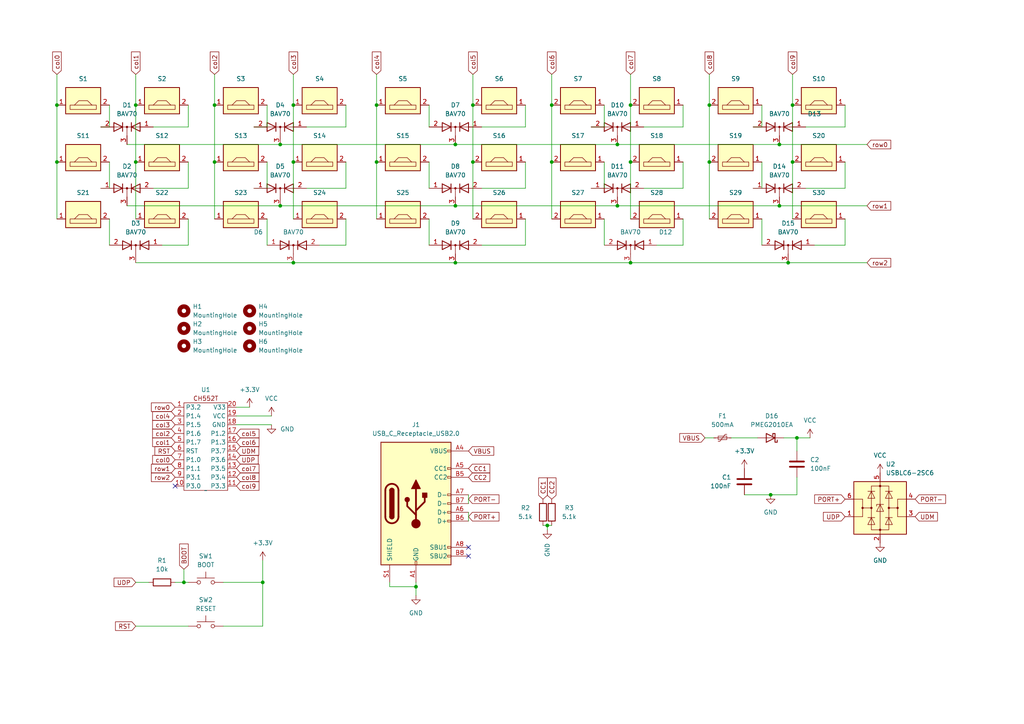
<source format=kicad_sch>
(kicad_sch (version 20231120) (generator "eeschema") (generator_version "8.0")
  (paper "A4")
  (lib_symbols
    (symbol "Connector:USB_C_Receptacle_USB2.0" (pin_names (offset 1.016))
      (property "Reference" "J" (at -10.16 19.05 0))
      (property "Value" "USB_C_Receptacle_USB2.0" (at 19.05 19.05 0))
      (symbol "USB_C_Receptacle_USB2.0_0_0"
        (rectangle (start -0.254 -17.78) (end 0.254 -16.764))
        (rectangle (start 10.16 -14.986) (end 9.144 -15.494))
        (rectangle (start 10.16 -12.446) (end 9.144 -12.954))
        (rectangle (start 10.16 -4.826) (end 9.144 -5.334))
        (rectangle (start 10.16 -2.286) (end 9.144 -2.794))
        (rectangle (start 10.16 0.254) (end 9.144 -0.254))
        (rectangle (start 10.16 2.794) (end 9.144 2.286))
        (rectangle (start 10.16 7.874) (end 9.144 7.366))
        (rectangle (start 10.16 10.414) (end 9.144 9.906))
        (rectangle (start 10.16 15.494) (end 9.144 14.986))
      )
      (symbol "USB_C_Receptacle_USB2.0_0_1"
        (rectangle (start -10.16 17.78) (end 10.16 -17.78) (stroke (width 0.254)) (fill (type background)))
        (arc (start -8.89 -3.81) (mid -6.985 -5.7067) (end -5.08 -3.81) (stroke (width 0.508)))
        (arc (start -7.62 -3.81) (mid -6.985 -4.4423) (end -6.35 -3.81) (stroke (width 0.254)))
        (arc (start -7.62 -3.81) (mid -6.985 -4.4423) (end -6.35 -3.81) (stroke (width 0.254)) (fill (type outline)))
        (rectangle (start -7.62 -3.81) (end -6.35 3.81) (stroke (width 0.254)) (fill (type outline)))
        (arc (start -6.35 3.81) (mid -6.985 4.4423) (end -7.62 3.81) (stroke (width 0.254)))
        (arc (start -6.35 3.81) (mid -6.985 4.4423) (end -7.62 3.81) (stroke (width 0.254)) (fill (type outline)))
        (arc (start -5.08 3.81) (mid -6.985 5.7067) (end -8.89 3.81) (stroke (width 0.508)))
        (circle (center -2.54 1.143) (radius 0.635) (stroke (width 0.254)) (fill (type outline)))
        (circle (center 0 -5.842) (radius 1.27) (fill (type outline)))
        (polyline (pts (xy -8.89 -3.81) (xy -8.89 3.81)) (stroke (width 0.508)))
        (polyline (pts (xy -5.08 3.81) (xy -5.08 -3.81)) (stroke (width 0.508)))
        (polyline (pts (xy 0 -5.842) (xy 0 4.318)) (stroke (width 0.508)))
        (polyline (pts (xy 0 -3.302) (xy -2.54 -0.762) (xy -2.54 0.508)) (stroke (width 0.508)))
        (polyline (pts (xy 0 -2.032) (xy 2.54 0.508) (xy 2.54 1.778)) (stroke (width 0.508)))
        (polyline (pts (xy -1.27 4.318) (xy 0 6.858) (xy 1.27 4.318) (xy -1.27 4.318)) (stroke (width 0.254)) (fill (type outline)))
        (rectangle (start 1.905 1.778) (end 3.175 3.048) (stroke (width 0.254)) (fill (type outline)))
      )
      (symbol "USB_C_Receptacle_USB2.0_1_1"
        (pin passive line (at 0 -22.86 90) (length 5.08) (name "GND") (number "A1"))
        (pin passive line (at 0 -22.86 90) (length 5.08) hide (name "GND") (number "A12"))
        (pin passive line (at 15.24 15.24 180) (length 5.08) (name "VBUS") (number "A4"))
        (pin bidirectional line (at 15.24 10.16 180) (length 5.08) (name "CC1") (number "A5"))
        (pin bidirectional line (at 15.24 -2.54 180) (length 5.08) (name "D+") (number "A6"))
        (pin bidirectional line (at 15.24 2.54 180) (length 5.08) (name "D-") (number "A7"))
        (pin bidirectional line (at 15.24 -12.7 180) (length 5.08) (name "SBU1") (number "A8"))
        (pin passive line (at 15.24 15.24 180) (length 5.08) hide (name "VBUS") (number "A9"))
        (pin passive line (at 0 -22.86 90) (length 5.08) hide (name "GND") (number "B1"))
        (pin passive line (at 0 -22.86 90) (length 5.08) hide (name "GND") (number "B12"))
        (pin passive line (at 15.24 15.24 180) (length 5.08) hide (name "VBUS") (number "B4"))
        (pin bidirectional line (at 15.24 7.62 180) (length 5.08) (name "CC2") (number "B5"))
        (pin bidirectional line (at 15.24 -5.08 180) (length 5.08) (name "D+") (number "B6"))
        (pin bidirectional line (at 15.24 0 180) (length 5.08) (name "D-") (number "B7"))
        (pin bidirectional line (at 15.24 -15.24 180) (length 5.08) (name "SBU2") (number "B8"))
        (pin passive line (at 15.24 15.24 180) (length 5.08) hide (name "VBUS") (number "B9"))
        (pin passive line (at -7.62 -22.86 90) (length 5.08) (name "SHIELD") (number "S1"))
      )
    )
    (symbol "Device:C" (pin_numbers hide) (pin_names (offset 0.254))
      (property "Reference" "C" (at 0.635 2.54 0))
      (property "Value" "C" (at 0.635 -2.54 0))
      (symbol "C_0_1"
        (polyline (pts (xy -2.032 -0.762) (xy 2.032 -0.762)) (stroke (width 0.508)))
        (polyline (pts (xy -2.032 0.762) (xy 2.032 0.762)) (stroke (width 0.508)))
      )
      (symbol "C_1_1"
        (pin passive line (at 0 3.81 270) (length 2.794) (name "~") (number "1"))
        (pin passive line (at 0 -3.81 90) (length 2.794) (name "~") (number "2"))
      )
    )
    (symbol "Device:D_Schottky" (pin_numbers hide) (pin_names (offset 1.016) hide)
      (property "Reference" "D" (at 0 2.54 0))
      (property "Value" "D_Schottky" (at 0 -2.54 0))
      (symbol "D_Schottky_0_1"
        (polyline (pts (xy 1.27 0) (xy -1.27 0)))
        (polyline (pts (xy 1.27 1.27) (xy 1.27 -1.27) (xy -1.27 0) (xy 1.27 1.27)) (stroke (width 0.254)))
        (polyline (pts (xy -1.905 0.635) (xy -1.905 1.27) (xy -1.27 1.27) (xy -1.27 -1.27) (xy -0.635 -1.27) (xy -0.635 -0.635)) (stroke (width 0.254)))
      )
      (symbol "D_Schottky_1_1"
        (pin passive line (at -3.81 0 0) (length 2.54) (name "K") (number "1"))
        (pin passive line (at 3.81 0 180) (length 2.54) (name "A") (number "2"))
      )
    )
    (symbol "Device:Polyfuse_Small" (pin_numbers hide) (pin_names (offset 0))
      (property "Reference" "F" (at -1.905 0 90))
      (property "Value" "Polyfuse_Small" (at 1.905 0 90))
      (symbol "Polyfuse_Small_0_1"
        (rectangle (start -0.508 1.27) (end 0.508 -1.27))
        (polyline (pts (xy 0 2.54) (xy 0 -2.54)))
        (polyline (pts (xy -1.016 1.27) (xy -1.016 0.762) (xy 1.016 -0.762) (xy 1.016 -1.27)))
      )
      (symbol "Polyfuse_Small_1_1"
        (pin passive line (at 0 2.54 270) (length 0.635) (name "~") (number "1"))
        (pin passive line (at 0 -2.54 90) (length 0.635) (name "~") (number "2"))
      )
    )
    (symbol "Device:R" (pin_numbers hide) (pin_names (offset 0))
      (property "Reference" "R" (at 2.032 0 90))
      (property "Value" "R" (at 0 0 90))
      (symbol "R_0_1"
        (rectangle (start -1.016 -2.54) (end 1.016 2.54) (stroke (width 0.254)))
      )
      (symbol "R_1_1"
        (pin passive line (at 0 3.81 270) (length 1.27) (name "~") (number "1"))
        (pin passive line (at 0 -3.81 90) (length 1.27) (name "~") (number "2"))
      )
    )
    (symbol "Diode:BAV70" (pin_names hide)
      (property "Reference" "D" (at 0.635 -2.54 0))
      (property "Value" "BAV70" (at 0 2.54 0))
      (symbol "BAV70_0_1"
        (polyline (pts (xy -3.81 0) (xy 3.81 0)))
        (polyline (pts (xy 0 0) (xy 0 -2.54)))
        (polyline (pts (xy -1.27 -1.27) (xy -1.27 1.27) (xy -1.27 1.27)) (stroke (width 0.254)))
        (polyline (pts (xy 1.27 -1.27) (xy 1.27 1.27) (xy 1.27 1.27)) (stroke (width 0.254)))
        (polyline (pts (xy -3.81 1.27) (xy -1.27 0) (xy -3.81 -1.27) (xy -3.81 1.27) (xy -3.81 1.27) (xy -3.81 1.27)) (stroke (width 0.254)))
        (polyline (pts (xy 3.81 -1.27) (xy 1.27 0) (xy 3.81 1.27) (xy 3.81 -1.27) (xy 3.81 -1.27) (xy 3.81 -1.27)) (stroke (width 0.254)))
        (circle (center 0 0) (radius 0.254) (fill (type outline)))
        (pin passive line (at -7.62 0 0) (length 3.81) (name "A") (number "1"))
        (pin passive line (at 7.62 0 180) (length 3.81) (name "A") (number "2"))
        (pin passive line (at 0 -5.08 90) (length 2.54) (name "K") (number "3"))
      )
    )
    (symbol "Mechanical:MountingHole" (pin_names (offset 1.016)) (exclude_from_sim yes) (in_bom no)
      (property "Reference" "H" (at 0 5.08 0))
      (property "Value" "MountingHole" (at 0 3.175 0))
      (symbol "MountingHole_0_1"
        (circle (center 0 0) (radius 1.27) (stroke (width 1.27)))
      )
    )
    (symbol "Power_Protection:USBLC6-2SC6" (pin_names hide)
      (property "Reference" "U" (at 2.54 8.89 0))
      (property "Value" "USBLC6-2SC6" (at 2.54 -8.89 0))
      (symbol "USBLC6-2SC6_0_1"
        (rectangle (start -7.62 -7.62) (end 7.62 7.62) (stroke (width 0.254)) (fill (type background)))
        (circle (center -5.08 0) (radius 0.254) (fill (type outline)))
        (circle (center -2.54 0) (radius 0.254) (fill (type outline)))
        (rectangle (start -2.54 6.35) (end 2.54 -6.35))
        (circle (center 0 -6.35) (radius 0.254) (fill (type outline)))
        (polyline (pts (xy -5.08 -2.54) (xy -7.62 -2.54)))
        (polyline (pts (xy -5.08 0) (xy -5.08 -2.54)))
        (polyline (pts (xy -5.08 2.54) (xy -7.62 2.54)))
        (polyline (pts (xy -1.524 -2.794) (xy -3.556 -2.794)))
        (polyline (pts (xy -1.524 4.826) (xy -3.556 4.826)))
        (polyline (pts (xy 0 -7.62) (xy 0 -6.35)))
        (polyline (pts (xy 0 -6.35) (xy 0 1.27)))
        (polyline (pts (xy 0 1.27) (xy 0 6.35)))
        (polyline (pts (xy 0 6.35) (xy 0 7.62)))
        (polyline (pts (xy 1.524 -2.794) (xy 3.556 -2.794)))
        (polyline (pts (xy 1.524 4.826) (xy 3.556 4.826)))
        (polyline (pts (xy 5.08 -2.54) (xy 7.62 -2.54)))
        (polyline (pts (xy 5.08 0) (xy 5.08 -2.54)))
        (polyline (pts (xy 5.08 2.54) (xy 7.62 2.54)))
        (polyline (pts (xy -2.54 0) (xy -5.08 0) (xy -5.08 2.54)))
        (polyline (pts (xy 2.54 0) (xy 5.08 0) (xy 5.08 2.54)))
        (polyline (pts (xy -3.556 -4.826) (xy -1.524 -4.826) (xy -2.54 -2.794) (xy -3.556 -4.826)))
        (polyline (pts (xy -3.556 2.794) (xy -1.524 2.794) (xy -2.54 4.826) (xy -3.556 2.794)))
        (polyline (pts (xy -1.016 -1.016) (xy 1.016 -1.016) (xy 0 1.016) (xy -1.016 -1.016)))
        (polyline (pts (xy 1.016 1.016) (xy 0.762 1.016) (xy -1.016 1.016) (xy -1.016 0.508)))
        (polyline (pts (xy 3.556 -4.826) (xy 1.524 -4.826) (xy 2.54 -2.794) (xy 3.556 -4.826)))
        (polyline (pts (xy 3.556 2.794) (xy 1.524 2.794) (xy 2.54 4.826) (xy 3.556 2.794)))
        (circle (center 0 6.35) (radius 0.254) (fill (type outline)))
        (circle (center 2.54 0) (radius 0.254) (fill (type outline)))
        (circle (center 5.08 0) (radius 0.254) (fill (type outline)))
      )
      (symbol "USBLC6-2SC6_1_1"
        (pin passive line (at -10.16 -2.54 0) (length 2.54) (name "I/O1") (number "1"))
        (pin passive line (at 0 -10.16 90) (length 2.54) (name "GND") (number "2"))
        (pin passive line (at 10.16 -2.54 180) (length 2.54) (name "I/O2") (number "3"))
        (pin passive line (at 10.16 2.54 180) (length 2.54) (name "I/O2") (number "4"))
        (pin passive line (at 0 10.16 270) (length 2.54) (name "VBUS") (number "5"))
        (pin passive line (at -10.16 2.54 0) (length 2.54) (name "I/O1") (number "6"))
      )
    )
    (symbol "Switch:SW_Push" (pin_numbers hide) (pin_names (offset 1.016) hide)
      (property "Reference" "SW" (at 1.27 2.54 0))
      (property "Value" "SW_Push" (at 0 -1.524 0))
      (symbol "SW_Push_0_1"
        (circle (center -2.032 0) (radius 0.508))
        (polyline (pts (xy 0 1.27) (xy 0 3.048)))
        (polyline (pts (xy 2.54 1.27) (xy -2.54 1.27)))
        (circle (center 2.032 0) (radius 0.508))
        (pin passive line (at -5.08 0 0) (length 2.54) (name "1") (number "1"))
        (pin passive line (at 5.08 0 180) (length 2.54) (name "2") (number "2"))
      )
    )
    (symbol "apfel:mcu_ch552t_tssop-20"
      (property "Reference" "U1" (at 0 16.51 0))
      (property "Value" "~" (at 0 -12.7 0))
      (symbol "mcu_ch552t_tssop-20_0_1"
        (rectangle (start -6.35 12.7) (end 6.35 -12.7))
      )
      (symbol "mcu_ch552t_tssop-20_1_1"
        (text "CH552T\n" (at 0 13.97 0) (effects (font (size 1.27 1.27))))
        (pin input line (at -8.89 11.43 0) (length 2.54) (name "P3.2") (number "1"))
        (pin input line (at -8.89 -11.43 0) (length 2.54) (name "P3.0") (number "10"))
        (pin input line (at 8.89 -11.43 180) (length 2.54) (name "P3.3") (number "11"))
        (pin input line (at 8.89 -8.89 180) (length 2.54) (name "P3.4") (number "12"))
        (pin input line (at 8.89 -6.35 180) (length 2.54) (name "P3.5") (number "13"))
        (pin input line (at 8.89 -3.81 180) (length 2.54) (name "P3.6") (number "14"))
        (pin input line (at 8.89 -1.27 180) (length 2.54) (name "P3.7") (number "15"))
        (pin input line (at 8.89 1.27 180) (length 2.54) (name "P1.3") (number "16"))
        (pin input line (at 8.89 3.81 180) (length 2.54) (name "P1.2") (number "17"))
        (pin input line (at 8.89 6.35 180) (length 2.54) (name "GND") (number "18"))
        (pin input line (at 8.89 8.89 180) (length 2.54) (name "VCC") (number "19"))
        (pin input line (at -8.89 8.89 0) (length 2.54) (name "P1.4") (number "2"))
        (pin input line (at 8.89 11.43 180) (length 2.54) (name "V33") (number "20"))
        (pin input line (at -8.89 6.35 0) (length 2.54) (name "P1.5") (number "3"))
        (pin input line (at -8.89 3.81 0) (length 2.54) (name "P1.6") (number "4"))
        (pin input line (at -8.89 1.27 0) (length 2.54) (name "P1.7") (number "5"))
        (pin input line (at -8.89 -1.27 0) (length 2.54) (name "RST") (number "6"))
        (pin input line (at -8.89 -3.81 0) (length 2.54) (name "P1.0") (number "7"))
        (pin input line (at -8.89 -6.35 0) (length 2.54) (name "P1.1") (number "8"))
        (pin input line (at -8.89 -8.89 0) (length 2.54) (name "P3.1") (number "9"))
      )
    )
    (symbol "power:+3.3V" (power) (pin_names (offset 0))
      (property "Value" "+3.3V" (at 0 3.556 0))
      (symbol "+3.3V_0_1"
        (polyline (pts (xy -0.762 1.27) (xy 0 2.54)))
        (polyline (pts (xy 0 0) (xy 0 2.54)))
        (polyline (pts (xy 0 2.54) (xy 0.762 1.27)))
      )
      (symbol "+3.3V_1_1"
        (pin power_in line (at 0 0 90) (length 0) hide (name "+3.3V") (number "1"))
      )
    )
    (symbol "power:GND" (power) (pin_names (offset 0))
      (property "Value" "GND" (at 0 -3.81 0))
      (symbol "GND_0_1"
        (polyline (pts (xy 0 0) (xy 0 -1.27) (xy 1.27 -1.27) (xy 0 -2.54) (xy -1.27 -1.27) (xy 0 -1.27)))
      )
      (symbol "GND_1_1"
        (pin power_in line (at 0 0 270) (length 0) hide (name "GND") (number "1"))
      )
    )
    (symbol "power:VCC" (power) (pin_names (offset 0))
      (property "Value" "VCC" (at 0 3.81 0))
      (symbol "VCC_0_1"
        (polyline (pts (xy -0.762 1.27) (xy 0 2.54)))
        (polyline (pts (xy 0 0) (xy 0 2.54)))
        (polyline (pts (xy 0 2.54) (xy 0.762 1.27)))
      )
      (symbol "VCC_1_1"
        (pin power_in line (at 0 0 90) (length 0) hide (name "VCC") (number "1"))
      )
    )
    (symbol "s-ol:PG1350" (pin_names (offset 0.254))
      (property "Reference" "S" (at -2.54 2.54 0))
      (symbol "PG1350_0_1"
        (rectangle (start 5.08 5.08) (end -5.08 -2.54) (stroke (width 0.254)) (fill (type background)))
      )
      (symbol "PG1350_1_1"
        (polyline (pts (xy -2.54 0) (xy -1.27 1.27) (xy 1.27 1.27) (xy 2.54 0)))
        (polyline (pts (xy -3.81 -1.27) (xy 3.81 -1.27) (xy 3.81 0) (xy -3.81 0) (xy -3.81 -1.27)))
        (pin passive line (at -7.62 0 0) (length 2.54) (name "~") (number "1"))
        (pin passive line (at 7.62 0 180) (length 2.54) (name "~") (number "2"))
      )
    )
  )
  (junction (at 76.2 168.91))
  (junction (at 132.08 59.69))
  (junction (at 205.74 46.99))
  (junction (at 179.07 41.91))
  (junction (at 160.02 46.99))
  (junction (at 228.6 76.2))
  (junction (at 226.06 41.91))
  (junction (at 81.28 59.69))
  (junction (at 85.09 76.2))
  (junction (at 16.51 46.99))
  (junction (at 158.75 152.4))
  (junction (at 62.23 30.48))
  (junction (at 231.14 127))
  (junction (at 182.88 46.99))
  (junction (at 62.23 46.99))
  (junction (at 81.28 41.91))
  (junction (at 16.51 30.48))
  (junction (at 85.09 46.99))
  (junction (at 229.87 30.48))
  (junction (at 132.08 41.91))
  (junction (at 109.22 46.99))
  (junction (at 85.09 30.48))
  (junction (at 120.65 170.18))
  (junction (at 229.87 46.99))
  (junction (at 182.88 76.2))
  (junction (at 39.37 46.99))
  (junction (at 205.74 30.48))
  (junction (at 160.02 30.48))
  (junction (at 223.52 143.51))
  (junction (at 137.16 30.48))
  (junction (at 132.08 76.2))
  (junction (at 179.07 59.69))
  (junction (at 53.34 168.91))
  (junction (at 39.37 30.48))
  (junction (at 226.06 59.69))
  (junction (at 109.22 30.48))
  (junction (at 182.88 30.48))
  (junction (at 137.16 46.99))
  (no_connect (at 135.89 158.75))
  (no_connect (at 50.8 140.97))
  (no_connect (at 135.89 161.29))
  (wire (pts (xy 152.4 63.5) (xy 152.4 71.12)))
  (wire (pts (xy 29.21 54.61) (xy 31.75 54.61)))
  (wire (pts (xy 179.07 59.69) (xy 226.06 59.69)))
  (wire (pts (xy 39.37 76.2) (xy 85.09 76.2)))
  (wire (pts (xy 124.46 30.48) (xy 124.46 36.83)))
  (wire (pts (xy 124.46 46.99) (xy 124.46 54.61)))
  (wire (pts (xy 245.11 71.12) (xy 236.22 71.12)))
  (wire (pts (xy 81.28 59.69) (xy 132.08 59.69)))
  (wire (pts (xy 135.89 148.59) (xy 135.89 151.13)))
  (wire (pts (xy 109.22 21.59) (xy 109.22 30.48)))
  (wire (pts (xy 39.37 168.91) (xy 43.18 168.91)))
  (wire (pts (xy 16.51 21.59) (xy 16.51 30.48)))
  (wire (pts (xy 226.06 41.91) (xy 251.46 41.91)))
  (wire (pts (xy 113.03 168.91) (xy 113.03 170.18)))
  (wire (pts (xy 218.44 36.83) (xy 220.98 36.83)))
  (wire (pts (xy 182.88 30.48) (xy 182.88 46.99)))
  (wire (pts (xy 158.75 152.4) (xy 160.02 152.4)))
  (wire (pts (xy 109.22 30.48) (xy 109.22 46.99)))
  (wire (pts (xy 88.9 54.61) (xy 100.33 54.61)))
  (wire (pts (xy 85.09 46.99) (xy 85.09 63.5)))
  (wire (pts (xy 92.71 71.12) (xy 100.33 71.12)))
  (wire (pts (xy 39.37 21.59) (xy 39.37 30.48)))
  (wire (pts (xy 229.87 30.48) (xy 229.87 46.99)))
  (wire (pts (xy 245.11 30.48) (xy 245.11 36.83)))
  (wire (pts (xy 54.61 36.83) (xy 44.45 36.83)))
  (wire (pts (xy 77.47 36.83) (xy 73.66 36.83)))
  (wire (pts (xy 205.74 30.48) (xy 205.74 46.99)))
  (wire (pts (xy 31.75 54.61) (xy 31.75 46.99)))
  (wire (pts (xy 100.33 30.48) (xy 100.33 36.83)))
  (wire (pts (xy 220.98 36.83) (xy 220.98 30.48)))
  (wire (pts (xy 231.14 127) (xy 234.95 127)))
  (wire (pts (xy 229.87 46.99) (xy 229.87 63.5)))
  (wire (pts (xy 54.61 30.48) (xy 54.61 36.83)))
  (wire (pts (xy 113.03 170.18) (xy 120.65 170.18)))
  (wire (pts (xy 54.61 63.5) (xy 54.61 71.12)))
  (wire (pts (xy 198.12 46.99) (xy 198.12 54.61)))
  (wire (pts (xy 231.14 127) (xy 231.14 130.81)))
  (wire (pts (xy 233.68 36.83) (xy 245.11 36.83)))
  (wire (pts (xy 198.12 63.5) (xy 198.12 71.12)))
  (wire (pts (xy 212.09 127) (xy 219.71 127)))
  (wire (pts (xy 53.34 168.91) (xy 54.61 168.91)))
  (wire (pts (xy 160.02 46.99) (xy 160.02 63.5)))
  (wire (pts (xy 62.23 21.59) (xy 62.23 30.48)))
  (wire (pts (xy 76.2 181.61) (xy 64.77 181.61)))
  (wire (pts (xy 152.4 36.83) (xy 152.4 30.48)))
  (wire (pts (xy 64.77 168.91) (xy 76.2 168.91)))
  (wire (pts (xy 31.75 30.48) (xy 31.75 36.83)))
  (wire (pts (xy 175.26 30.48) (xy 175.26 36.83)))
  (wire (pts (xy 182.88 21.59) (xy 182.88 30.48)))
  (wire (pts (xy 109.22 46.99) (xy 109.22 63.5)))
  (wire (pts (xy 152.4 71.12) (xy 139.7 71.12)))
  (wire (pts (xy 100.33 54.61) (xy 100.33 46.99)))
  (wire (pts (xy 220.98 63.5) (xy 220.98 71.12)))
  (wire (pts (xy 78.74 123.19) (xy 68.58 123.19)))
  (wire (pts (xy 16.51 30.48) (xy 16.51 46.99)))
  (wire (pts (xy 31.75 36.83) (xy 29.21 36.83)))
  (wire (pts (xy 245.11 46.99) (xy 245.11 54.61)))
  (wire (pts (xy 175.26 36.83) (xy 171.45 36.83)))
  (wire (pts (xy 44.45 54.61) (xy 54.61 54.61)))
  (wire (pts (xy 135.89 143.51) (xy 135.89 146.05)))
  (wire (pts (xy 132.08 59.69) (xy 179.07 59.69)))
  (wire (pts (xy 228.6 76.2) (xy 251.46 76.2)))
  (wire (pts (xy 220.98 54.61) (xy 218.44 54.61)))
  (wire (pts (xy 186.69 54.61) (xy 198.12 54.61)))
  (wire (pts (xy 85.09 30.48) (xy 85.09 46.99)))
  (wire (pts (xy 68.58 118.11) (xy 72.39 118.11)))
  (wire (pts (xy 160.02 21.59) (xy 160.02 30.48)))
  (wire (pts (xy 39.37 30.48) (xy 39.37 46.99)))
  (wire (pts (xy 31.75 71.12) (xy 31.75 63.5)))
  (wire (pts (xy 220.98 46.99) (xy 220.98 54.61)))
  (wire (pts (xy 198.12 71.12) (xy 190.5 71.12)))
  (wire (pts (xy 50.8 168.91) (xy 53.34 168.91)))
  (wire (pts (xy 215.9 143.51) (xy 223.52 143.51)))
  (wire (pts (xy 62.23 46.99) (xy 62.23 63.5)))
  (wire (pts (xy 100.33 71.12) (xy 100.33 63.5)))
  (wire (pts (xy 229.87 21.59) (xy 229.87 30.48)))
  (wire (pts (xy 100.33 36.83) (xy 88.9 36.83)))
  (wire (pts (xy 245.11 63.5) (xy 245.11 71.12)))
  (wire (pts (xy 85.09 76.2) (xy 132.08 76.2)))
  (wire (pts (xy 77.47 63.5) (xy 77.47 71.12)))
  (wire (pts (xy 175.26 46.99) (xy 175.26 54.61)))
  (wire (pts (xy 204.47 127) (xy 207.01 127)))
  (wire (pts (xy 39.37 46.99) (xy 39.37 63.5)))
  (wire (pts (xy 182.88 46.99) (xy 182.88 63.5)))
  (wire (pts (xy 76.2 162.56) (xy 76.2 168.91)))
  (wire (pts (xy 120.65 168.91) (xy 120.65 170.18)))
  (wire (pts (xy 152.4 54.61) (xy 152.4 46.99)))
  (wire (pts (xy 160.02 30.48) (xy 160.02 46.99)))
  (wire (pts (xy 16.51 46.99) (xy 16.51 63.5)))
  (wire (pts (xy 77.47 30.48) (xy 77.47 36.83)))
  (wire (pts (xy 73.66 54.61) (xy 77.47 54.61)))
  (wire (pts (xy 186.69 36.83) (xy 198.12 36.83)))
  (wire (pts (xy 77.47 54.61) (xy 77.47 46.99)))
  (wire (pts (xy 81.28 41.91) (xy 132.08 41.91)))
  (wire (pts (xy 226.06 59.69) (xy 251.46 59.69)))
  (wire (pts (xy 85.09 21.59) (xy 85.09 30.48)))
  (wire (pts (xy 158.75 152.4) (xy 158.75 153.67)))
  (wire (pts (xy 157.48 152.4) (xy 158.75 152.4)))
  (wire (pts (xy 137.16 46.99) (xy 137.16 63.5)))
  (wire (pts (xy 139.7 36.83) (xy 152.4 36.83)))
  (wire (pts (xy 54.61 54.61) (xy 54.61 46.99)))
  (wire (pts (xy 132.08 76.2) (xy 182.88 76.2)))
  (wire (pts (xy 62.23 30.48) (xy 62.23 46.99)))
  (wire (pts (xy 137.16 21.59) (xy 137.16 30.48)))
  (wire (pts (xy 36.83 59.69) (xy 81.28 59.69)))
  (wire (pts (xy 198.12 30.48) (xy 198.12 36.83)))
  (wire (pts (xy 120.65 170.18) (xy 120.65 172.72)))
  (wire (pts (xy 205.74 21.59) (xy 205.74 30.48)))
  (wire (pts (xy 53.34 165.1) (xy 53.34 168.91)))
  (wire (pts (xy 175.26 54.61) (xy 171.45 54.61)))
  (wire (pts (xy 231.14 143.51) (xy 231.14 138.43)))
  (wire (pts (xy 68.58 120.65) (xy 78.74 120.65)))
  (wire (pts (xy 139.7 54.61) (xy 152.4 54.61)))
  (wire (pts (xy 76.2 168.91) (xy 76.2 181.61)))
  (wire (pts (xy 227.33 127) (xy 231.14 127)))
  (wire (pts (xy 124.46 63.5) (xy 124.46 71.12)))
  (wire (pts (xy 205.74 46.99) (xy 205.74 63.5)))
  (wire (pts (xy 182.88 76.2) (xy 228.6 76.2)))
  (wire (pts (xy 179.07 41.91) (xy 226.06 41.91)))
  (wire (pts (xy 233.68 54.61) (xy 245.11 54.61)))
  (wire (pts (xy 223.52 143.51) (xy 231.14 143.51)))
  (wire (pts (xy 54.61 71.12) (xy 46.99 71.12)))
  (wire (pts (xy 36.83 41.91) (xy 81.28 41.91)))
  (wire (pts (xy 137.16 30.48) (xy 137.16 46.99)))
  (wire (pts (xy 132.08 41.91) (xy 179.07 41.91)))
  (wire (pts (xy 175.26 63.5) (xy 175.26 71.12)))
  (wire (pts (xy 39.37 181.61) (xy 54.61 181.61)))
  (global_label "col3" (shape input) (at 85.09 21.59 90) (property "Intersheetrefs" "${INTERSHEET_REFS}" (effects (hide yes))))
  (global_label "VBUS" (shape input) (at 135.89 130.81 0) (property "Intersheetrefs" "${INTERSHEET_REFS}" (effects (hide yes))))
  (global_label "col5" (shape input) (at 68.58 125.73 0) (property "Intersheetrefs" "${INTERSHEET_REFS}" (effects (hide yes))))
  (global_label "row1" (shape input) (at 251.46 59.69 0) (property "Intersheetrefs" "${INTERSHEET_REFS}" (effects (hide yes))))
  (global_label "col7" (shape input) (at 68.58 135.89 0) (property "Intersheetrefs" "${INTERSHEET_REFS}" (effects (hide yes))))
  (global_label "row0" (shape input) (at 50.8 118.11 180) (property "Intersheetrefs" "${INTERSHEET_REFS}" (effects (hide yes))))
  (global_label "UDP" (shape input) (at 39.37 168.91 180) (property "Intersheetrefs" "${INTERSHEET_REFS}" (effects (hide yes))))
  (global_label "row2" (shape input) (at 50.8 138.43 180) (property "Intersheetrefs" "${INTERSHEET_REFS}" (effects (hide yes))))
  (global_label "row0" (shape input) (at 251.46 41.91 0) (property "Intersheetrefs" "${INTERSHEET_REFS}" (effects (hide yes))))
  (global_label "CC2" (shape input) (at 160.02 144.78 90) (property "Intersheetrefs" "${INTERSHEET_REFS}" (effects (hide yes))))
  (global_label "row2" (shape input) (at 251.46 76.2 0) (property "Intersheetrefs" "${INTERSHEET_REFS}" (effects (hide yes))))
  (global_label "PORT-" (shape input) (at 135.89 144.78 0) (property "Intersheetrefs" "${INTERSHEET_REFS}" (effects (hide yes))))
  (global_label "col3" (shape input) (at 50.8 123.19 180) (property "Intersheetrefs" "${INTERSHEET_REFS}" (effects (hide yes))))
  (global_label "col2" (shape input) (at 50.8 125.73 180) (property "Intersheetrefs" "${INTERSHEET_REFS}" (effects (hide yes))))
  (global_label "col6" (shape input) (at 68.58 128.27 0) (property "Intersheetrefs" "${INTERSHEET_REFS}" (effects (hide yes))))
  (global_label "PORT-" (shape input) (at 265.43 144.78 0) (property "Intersheetrefs" "${INTERSHEET_REFS}" (effects (hide yes))))
  (global_label "UDP" (shape input) (at 245.11 149.86 180) (property "Intersheetrefs" "${INTERSHEET_REFS}" (effects (hide yes))))
  (global_label "UDP" (shape input) (at 68.58 133.35 0) (property "Intersheetrefs" "${INTERSHEET_REFS}" (effects (hide yes))))
  (global_label "col4" (shape input) (at 50.8 120.65 180) (property "Intersheetrefs" "${INTERSHEET_REFS}" (effects (hide yes))))
  (global_label "col8" (shape input) (at 68.58 138.43 0) (property "Intersheetrefs" "${INTERSHEET_REFS}" (effects (hide yes))))
  (global_label "BOOT" (shape input) (at 53.34 165.1 90) (property "Intersheetrefs" "${INTERSHEET_REFS}" (effects (hide yes))))
  (global_label "RST" (shape input) (at 50.8 130.81 180) (property "Intersheetrefs" "${INTERSHEET_REFS}" (effects (hide yes))))
  (global_label "col5" (shape input) (at 137.16 21.59 90) (property "Intersheetrefs" "${INTERSHEET_REFS}" (effects (hide yes))))
  (global_label "UDM" (shape input) (at 68.58 130.81 0) (property "Intersheetrefs" "${INTERSHEET_REFS}" (effects (hide yes))))
  (global_label "CC1" (shape input) (at 135.89 135.89 0) (property "Intersheetrefs" "${INTERSHEET_REFS}" (effects (hide yes))))
  (global_label "VBUS" (shape input) (at 204.47 127 180) (property "Intersheetrefs" "${INTERSHEET_REFS}" (effects (hide yes))))
  (global_label "col8" (shape input) (at 205.74 21.59 90) (property "Intersheetrefs" "${INTERSHEET_REFS}" (effects (hide yes))))
  (global_label "col1" (shape input) (at 50.8 128.27 180) (property "Intersheetrefs" "${INTERSHEET_REFS}" (effects (hide yes))))
  (global_label "col6" (shape input) (at 160.02 21.59 90) (property "Intersheetrefs" "${INTERSHEET_REFS}" (effects (hide yes))))
  (global_label "col2" (shape input) (at 62.23 21.59 90) (property "Intersheetrefs" "${INTERSHEET_REFS}" (effects (hide yes))))
  (global_label "col9" (shape input) (at 68.58 140.97 0) (property "Intersheetrefs" "${INTERSHEET_REFS}" (effects (hide yes))))
  (global_label "col0" (shape input) (at 16.51 21.59 90) (property "Intersheetrefs" "${INTERSHEET_REFS}" (effects (hide yes))))
  (global_label "col1" (shape input) (at 39.37 21.59 90) (property "Intersheetrefs" "${INTERSHEET_REFS}" (effects (hide yes))))
  (global_label "UDM" (shape input) (at 265.43 149.86 0) (property "Intersheetrefs" "${INTERSHEET_REFS}" (effects (hide yes))))
  (global_label "row1" (shape input) (at 50.8 135.89 180) (property "Intersheetrefs" "${INTERSHEET_REFS}" (effects (hide yes))))
  (global_label "PORT+" (shape input) (at 245.11 144.78 180) (property "Intersheetrefs" "${INTERSHEET_REFS}" (effects (hide yes))))
  (global_label "PORT+" (shape input) (at 135.89 149.86 0) (property "Intersheetrefs" "${INTERSHEET_REFS}" (effects (hide yes))))
  (global_label "RST" (shape input) (at 39.37 181.61 180) (property "Intersheetrefs" "${INTERSHEET_REFS}" (effects (hide yes))))
  (global_label "col4" (shape input) (at 109.22 21.59 90) (property "Intersheetrefs" "${INTERSHEET_REFS}" (effects (hide yes))))
  (global_label "col0" (shape input) (at 50.8 133.35 180) (property "Intersheetrefs" "${INTERSHEET_REFS}" (effects (hide yes))))
  (global_label "CC2" (shape input) (at 135.89 138.43 0) (property "Intersheetrefs" "${INTERSHEET_REFS}" (effects (hide yes))))
  (global_label "col7" (shape input) (at 182.88 21.59 90) (property "Intersheetrefs" "${INTERSHEET_REFS}" (effects (hide yes))))
  (global_label "col9" (shape input) (at 229.87 21.59 90) (property "Intersheetrefs" "${INTERSHEET_REFS}" (effects (hide yes))))
  (global_label "CC1" (shape input) (at 157.48 144.78 90) (property "Intersheetrefs" "${INTERSHEET_REFS}" (effects (hide yes))))
  (symbol (lib_id "Mechanical:MountingHole") (at 72.39 100.33 0) (unit 1) (exclude_from_sim yes) (in_bom no)
    (property "Reference" "H6" (at 74.93 99.0599 0) (effects (justify left)))
    (property "Value" "MountingHole" (at 74.93 101.5999 0) (effects (justify left)))
    (property "Footprint" "MountingHole:MountingHole_2.2mm_M2" (effects (hide yes)))
    (property "Description" "Mounting Hole without connection" (effects (hide yes)))
  )
  (symbol (lib_id "Device:Polyfuse_Small") (at 209.55 127 270) (unit 1)
    (property "Reference" "F1" (at 209.55 120.65 90))
    (property "Value" "500mA" (at 209.55 123.19 90))
    (property "Footprint" "Fuse:Fuse_0603_1608Metric_Pad1.05x0.95mm_HandSolder" (effects (hide yes)))
  )
  (symbol (lib_id "s-ol:PG1350") (at 46.99 46.99 0) (unit 1)
    (property "Reference" "S12" (at 46.99 39.37 0))
    (property "Value" "PG1350" (effects (hide yes)))
    (property "Footprint" "s-ol:PG1350_hotswap" (effects (hide yes)))
    (property "Description" "Keyswitch" (effects (hide yes)))
  )
  (symbol (lib_id "s-ol:PG1350") (at 237.49 30.48 0) (mirror y) (unit 1)
    (property "Reference" "S10" (at 237.49 22.86 0))
    (property "Value" "PG1350" (effects (hide yes)))
    (property "Footprint" "s-ol:PG1350_hotswap" (effects (hide yes)))
    (property "Description" "Keyswitch" (effects (hide yes)))
  )
  (symbol (lib_id "Diode:BAV70") (at 132.08 54.61 0) (unit 1)
    (property "Reference" "D8" (at 132.08 48.26 0))
    (property "Value" "BAV70" (at 132.08 50.8 0))
    (property "Footprint" "Package_TO_SOT_SMD:SOT-23" (effects (hide yes)))
    (property "Datasheet" "https://assets.nexperia.com/documents/data-sheet/BAV70_SER.pdf" (effects (hide yes)))
    (property "Description" "Dual 100V 215mA high-speed switching diodes, common cathode, SOT-23" (effects (hide yes)))
  )
  (symbol (lib_id "Device:D_Schottky") (at 223.52 127 180) (unit 1)
    (property "Reference" "D16" (at 223.8375 120.65 0))
    (property "Value" "PMEG2010EA" (at 223.8375 123.19 0))
    (property "Footprint" "Diode_SMD:D_SOD-323_HandSoldering" (effects (hide yes)))
  )
  (symbol (lib_id "apfel:mcu_ch552t_tssop-20") (at 59.69 129.54 0) (unit 1)
    (property "Reference" "U1" (at 59.69 113.03 0))
    (property "Value" "~" (at 59.69 142.24 0))
    (property "Footprint" "Package_SO:TSSOP-20_4.4x6.5mm_P0.65mm" (effects (hide yes)))
  )
  (symbol (lib_id "s-ol:PG1350") (at 190.5 30.48 0) (mirror y) (unit 1)
    (property "Reference" "S8" (at 190.5 22.86 0))
    (property "Value" "PG1350" (effects (hide yes)))
    (property "Footprint" "s-ol:PG1350_hotswap" (effects (hide yes)))
    (property "Description" "Keyswitch" (effects (hide yes)))
  )
  (symbol (lib_id "s-ol:PG1350") (at 24.13 63.5 0) (unit 1)
    (property "Reference" "S21" (at 24.13 55.88 0))
    (property "Value" "PG1350" (effects (hide yes)))
    (property "Footprint" "s-ol:PG1350_hotswap" (effects (hide yes)))
    (property "Description" "Keyswitch" (effects (hide yes)))
  )
  (symbol (lib_id "s-ol:PG1350") (at 46.99 30.48 0) (unit 1)
    (property "Reference" "S2" (at 46.99 22.86 0))
    (property "Value" "PG1350" (effects (hide yes)))
    (property "Footprint" "s-ol:PG1350_hotswap" (effects (hide yes)))
    (property "Description" "Keyswitch" (effects (hide yes)))
  )
  (symbol (lib_id "Switch:SW_Push") (at 59.69 168.91 0) (unit 1)
    (property "Reference" "SW1" (at 59.69 161.29 0))
    (property "Value" "BOOT" (at 59.69 163.83 0))
    (property "Footprint" "Button_Switch_SMD:SW_Push_SPST_NO_Alps_SKRK" (effects (hide yes)))
  )
  (symbol (lib_id "Diode:BAV70") (at 226.06 54.61 0) (unit 1)
    (property "Reference" "D14" (at 226.06 48.26 0))
    (property "Value" "BAV70" (at 226.06 50.8 0))
    (property "Footprint" "Package_TO_SOT_SMD:SOT-23" (effects (hide yes)))
    (property "Datasheet" "https://assets.nexperia.com/documents/data-sheet/BAV70_SER.pdf" (effects (hide yes)))
    (property "Description" "Dual 100V 215mA high-speed switching diodes, common cathode, SOT-23" (effects (hide yes)))
  )
  (symbol (lib_id "Device:C") (at 231.14 134.62 0) (unit 1)
    (property "Reference" "C2" (at 234.95 133.35 0) (effects (justify left)))
    (property "Value" "100nF" (at 234.95 135.89 0) (effects (justify left)))
    (property "Footprint" "Capacitor_SMD:C_0603_1608Metric_Pad1.08x0.95mm_HandSolder" (effects (hide yes)))
  )
  (symbol (lib_id "s-ol:PG1350") (at 144.78 30.48 0) (mirror y) (unit 1)
    (property "Reference" "S6" (at 144.78 22.86 0))
    (property "Value" "PG1350" (effects (hide yes)))
    (property "Footprint" "s-ol:PG1350_hotswap" (effects (hide yes)))
    (property "Description" "Keyswitch" (effects (hide yes)))
  )
  (symbol (lib_id "Device:C") (at 215.9 139.7 0) (unit 1)
    (property "Reference" "C1" (at 212.09 138.43 0) (effects (justify right)))
    (property "Value" "100nF" (at 212.09 140.97 0) (effects (justify right)))
    (property "Footprint" "Capacitor_SMD:C_0603_1608Metric_Pad1.08x0.95mm_HandSolder" (effects (hide yes)))
  )
  (symbol (lib_id "s-ol:PG1350") (at 46.99 63.5 0) (unit 1)
    (property "Reference" "S22" (at 46.99 55.88 0))
    (property "Value" "PG1350" (effects (hide yes)))
    (property "Footprint" "s-ol:PG1350_hotswap" (effects (hide yes)))
    (property "Description" "Keyswitch" (effects (hide yes)))
  )
  (symbol (lib_id "Device:R") (at 157.48 148.59 0) (mirror y) (unit 1)
    (property "Reference" "R2" (at 152.4 147.32 0))
    (property "Value" "5.1k" (at 152.4 149.86 0))
    (property "Footprint" "Resistor_SMD:R_0603_1608Metric_Pad0.98x0.95mm_HandSolder" (effects (hide yes)))
  )
  (symbol (lib_id "Switch:SW_Push") (at 59.69 181.61 0) (unit 1)
    (property "Reference" "SW2" (at 59.69 173.99 0))
    (property "Value" "RESET" (at 59.69 176.53 0))
    (property "Footprint" "Button_Switch_SMD:SW_Push_SPST_NO_Alps_SKRK" (effects (hide yes)))
  )
  (symbol (lib_id "s-ol:PG1350") (at 213.36 30.48 0) (mirror y) (unit 1)
    (property "Reference" "S9" (at 213.36 22.86 0))
    (property "Value" "PG1350" (effects (hide yes)))
    (property "Footprint" "s-ol:PG1350_hotswap" (effects (hide yes)))
    (property "Description" "Keyswitch" (effects (hide yes)))
  )
  (symbol (lib_id "power:+3.3V") (at 76.2 162.56 0) (mirror y) (unit 1)
    (property "Reference" "#PWR02" (effects (hide yes)))
    (property "Value" "+3.3V" (at 76.2 157.48 0))
  )
  (symbol (lib_id "s-ol:PG1350") (at 116.84 30.48 0) (unit 1)
    (property "Reference" "S5" (at 116.84 22.86 0))
    (property "Value" "PG1350" (effects (hide yes)))
    (property "Footprint" "s-ol:PG1350_hotswap" (effects (hide yes)))
    (property "Description" "Keyswitch" (effects (hide yes)))
  )
  (symbol (lib_id "s-ol:PG1350") (at 144.78 46.99 0) (mirror y) (unit 1)
    (property "Reference" "S16" (at 144.78 39.37 0))
    (property "Value" "PG1350" (effects (hide yes)))
    (property "Footprint" "s-ol:PG1350_hotswap" (effects (hide yes)))
    (property "Description" "Keyswitch" (effects (hide yes)))
  )
  (symbol (lib_id "s-ol:PG1350") (at 167.64 63.5 0) (mirror y) (unit 1)
    (property "Reference" "S27" (at 167.64 55.88 0))
    (property "Value" "PG1350" (effects (hide yes)))
    (property "Footprint" "s-ol:PG1350_hotswap" (effects (hide yes)))
    (property "Description" "Keyswitch" (effects (hide yes)))
  )
  (symbol (lib_id "power:GND") (at 255.27 157.48 0) (unit 1)
    (property "Reference" "#PWR011" (effects (hide yes)))
    (property "Value" "GND" (at 255.27 162.56 0))
  )
  (symbol (lib_id "Mechanical:MountingHole") (at 72.39 95.25 0) (unit 1) (exclude_from_sim yes) (in_bom no)
    (property "Reference" "H5" (at 74.93 93.9799 0) (effects (justify left)))
    (property "Value" "MountingHole" (at 74.93 96.5199 0) (effects (justify left)))
    (property "Footprint" "MountingHole:MountingHole_2.2mm_M2" (effects (hide yes)))
    (property "Description" "Mounting Hole without connection" (effects (hide yes)))
  )
  (symbol (lib_id "power:GND") (at 158.75 153.67 0) (mirror y) (unit 1)
    (property "Reference" "#PWR06" (effects (hide yes)))
    (property "Value" "GND" (at 158.75 157.48 90) (effects (justify right)))
  )
  (symbol (lib_id "Diode:BAV70") (at 36.83 36.83 0) (mirror y) (unit 1)
    (property "Reference" "D1" (at 36.83 30.48 0))
    (property "Value" "BAV70" (at 36.83 33.02 0))
    (property "Footprint" "Package_TO_SOT_SMD:SOT-23" (effects (hide yes)))
    (property "Datasheet" "https://assets.nexperia.com/documents/data-sheet/BAV70_SER.pdf" (effects (hide yes)))
    (property "Description" "Dual 100V 215mA high-speed switching diodes, common cathode, SOT-23" (effects (hide yes)))
  )
  (symbol (lib_id "Power_Protection:USBLC6-2SC6") (at 255.27 147.32 0) (unit 1)
    (property "Reference" "U2" (at 256.9211 134.62 0) (effects (justify left)))
    (property "Value" "USBLC6-2SC6" (at 256.9211 137.16 0) (effects (justify left)))
    (property "Footprint" "Package_TO_SOT_SMD:SOT-23-6" (effects (hide yes)))
    (property "Datasheet" "https://www.st.com/resource/en/datasheet/usblc6-2.pdf" (effects (hide yes)))
  )
  (symbol (lib_id "s-ol:PG1350") (at 116.84 63.5 0) (unit 1)
    (property "Reference" "S25" (at 116.84 55.88 0))
    (property "Value" "PG1350" (effects (hide yes)))
    (property "Footprint" "s-ol:PG1350_hotswap" (effects (hide yes)))
    (property "Description" "Keyswitch" (effects (hide yes)))
  )
  (symbol (lib_id "s-ol:PG1350") (at 190.5 46.99 0) (mirror y) (unit 1)
    (property "Reference" "S18" (at 190.5 39.37 0))
    (property "Value" "PG1350" (effects (hide yes)))
    (property "Footprint" "s-ol:PG1350_hotswap" (effects (hide yes)))
    (property "Description" "Keyswitch" (effects (hide yes)))
  )
  (symbol (lib_id "power:VCC") (at 255.27 137.16 0) (unit 1)
    (property "Reference" "#PWR010" (effects (hide yes)))
    (property "Value" "VCC" (at 255.27 132.08 0))
  )
  (symbol (lib_id "power:+3.3V") (at 72.39 118.11 0) (unit 1)
    (property "Reference" "#PWR01" (effects (hide yes)))
    (property "Value" "+3.3V" (at 72.39 113.03 0))
  )
  (symbol (lib_id "Mechanical:MountingHole") (at 72.39 90.17 0) (unit 1) (exclude_from_sim yes) (in_bom no)
    (property "Reference" "H4" (at 74.93 88.8999 0) (effects (justify left)))
    (property "Value" "MountingHole" (at 74.93 91.4399 0) (effects (justify left)))
    (property "Footprint" "MountingHole:MountingHole_2.2mm_M2" (effects (hide yes)))
    (property "Description" "Mounting Hole without connection" (effects (hide yes)))
  )
  (symbol (lib_id "power:VCC") (at 78.74 120.65 0) (unit 1)
    (property "Reference" "#PWR03" (effects (hide yes)))
    (property "Value" "VCC" (at 78.74 115.57 0))
  )
  (symbol (lib_id "Diode:BAV70") (at 179.07 54.61 0) (unit 1)
    (property "Reference" "D11" (at 179.07 48.26 0))
    (property "Value" "BAV70" (at 179.07 50.8 0))
    (property "Footprint" "Package_TO_SOT_SMD:SOT-23" (effects (hide yes)))
    (property "Datasheet" "https://assets.nexperia.com/documents/data-sheet/BAV70_SER.pdf" (effects (hide yes)))
    (property "Description" "Dual 100V 215mA high-speed switching diodes, common cathode, SOT-23" (effects (hide yes)))
  )
  (symbol (lib_id "s-ol:PG1350") (at 116.84 46.99 0) (unit 1)
    (property "Reference" "S15" (at 116.84 39.37 0))
    (property "Value" "PG1350" (effects (hide yes)))
    (property "Footprint" "s-ol:PG1350_hotswap" (effects (hide yes)))
    (property "Description" "Keyswitch" (effects (hide yes)))
  )
  (symbol (lib_id "s-ol:PG1350") (at 92.71 46.99 0) (unit 1)
    (property "Reference" "S14" (at 92.71 39.37 0))
    (property "Value" "PG1350" (effects (hide yes)))
    (property "Footprint" "s-ol:PG1350_hotswap" (effects (hide yes)))
    (property "Description" "Keyswitch" (effects (hide yes)))
  )
  (symbol (lib_id "Diode:BAV70") (at 36.83 54.61 0) (unit 1)
    (property "Reference" "D2" (at 36.83 48.26 0))
    (property "Value" "BAV70" (at 36.83 50.8 0))
    (property "Footprint" "Package_TO_SOT_SMD:SOT-23" (effects (hide yes)))
    (property "Datasheet" "https://assets.nexperia.com/documents/data-sheet/BAV70_SER.pdf" (effects (hide yes)))
    (property "Description" "Dual 100V 215mA high-speed switching diodes, common cathode, SOT-23" (effects (hide yes)))
  )
  (symbol (lib_id "Mechanical:MountingHole") (at 53.34 90.17 0) (unit 1) (exclude_from_sim yes) (in_bom no)
    (property "Reference" "H1" (at 55.88 88.8999 0) (effects (justify left)))
    (property "Value" "MountingHole" (at 55.88 91.4399 0) (effects (justify left)))
    (property "Footprint" "MountingHole:MountingHole_2.2mm_M2" (effects (hide yes)))
    (property "Description" "Mounting Hole without connection" (effects (hide yes)))
  )
  (symbol (lib_id "Device:R") (at 160.02 148.59 0) (mirror y) (unit 1)
    (property "Reference" "R3" (at 165.1 147.32 0))
    (property "Value" "5.1k" (at 165.1 149.86 0))
    (property "Footprint" "Resistor_SMD:R_0603_1608Metric_Pad0.98x0.95mm_HandSolder" (effects (hide yes)))
  )
  (symbol (lib_id "s-ol:PG1350") (at 237.49 46.99 0) (mirror y) (unit 1)
    (property "Reference" "S20" (at 237.49 39.37 0))
    (property "Value" "PG1350" (effects (hide yes)))
    (property "Footprint" "s-ol:PG1350_hotswap" (effects (hide yes)))
    (property "Description" "Keyswitch" (effects (hide yes)))
  )
  (symbol (lib_id "Diode:BAV70") (at 179.07 36.83 0) (mirror y) (unit 1)
    (property "Reference" "D10" (at 179.07 30.48 0))
    (property "Value" "BAV70" (at 179.07 33.02 0))
    (property "Footprint" "Package_TO_SOT_SMD:SOT-23" (effects (hide yes)))
    (property "Datasheet" "https://assets.nexperia.com/documents/data-sheet/BAV70_SER.pdf" (effects (hide yes)))
    (property "Description" "Dual 100V 215mA high-speed switching diodes, common cathode, SOT-23" (effects (hide yes)))
  )
  (symbol (lib_id "Diode:BAV70") (at 85.09 71.12 0) (unit 1)
    (property "Reference" "D6" (at 74.93 67.31 0))
    (property "Value" "BAV70" (at 85.09 67.31 0))
    (property "Footprint" "Package_TO_SOT_SMD:SOT-23" (effects (hide yes)))
    (property "Datasheet" "https://assets.nexperia.com/documents/data-sheet/BAV70_SER.pdf" (effects (hide yes)))
    (property "Description" "Dual 100V 215mA high-speed switching diodes, common cathode, SOT-23" (effects (hide yes)))
  )
  (symbol (lib_id "Diode:BAV70") (at 226.06 36.83 0) (mirror y) (unit 1)
    (property "Reference" "D13" (at 236.22 33.02 0))
    (property "Value" "BAV70" (at 226.06 33.02 0))
    (property "Footprint" "Package_TO_SOT_SMD:SOT-23" (effects (hide yes)))
    (property "Datasheet" "https://assets.nexperia.com/documents/data-sheet/BAV70_SER.pdf" (effects (hide yes)))
    (property "Description" "Dual 100V 215mA high-speed switching diodes, common cathode, SOT-23" (effects (hide yes)))
  )
  (symbol (lib_id "s-ol:PG1350") (at 92.71 63.5 0) (unit 1)
    (property "Reference" "S24" (at 92.71 55.88 0))
    (property "Value" "PG1350" (effects (hide yes)))
    (property "Footprint" "s-ol:PG1350_hotswap" (effects (hide yes)))
    (property "Description" "Keyswitch" (effects (hide yes)))
  )
  (symbol (lib_id "power:+3.3V") (at 215.9 135.89 0) (mirror y) (unit 1)
    (property "Reference" "#PWR07" (effects (hide yes)))
    (property "Value" "+3.3V" (at 215.9 130.81 0))
  )
  (symbol (lib_id "Mechanical:MountingHole") (at 53.34 95.25 0) (unit 1) (exclude_from_sim yes) (in_bom no)
    (property "Reference" "H2" (at 55.88 93.9799 0) (effects (justify left)))
    (property "Value" "MountingHole" (at 55.88 96.5199 0) (effects (justify left)))
    (property "Footprint" "MountingHole:MountingHole_2.2mm_M2" (effects (hide yes)))
    (property "Description" "Mounting Hole without connection" (effects (hide yes)))
  )
  (symbol (lib_id "Diode:BAV70") (at 132.08 71.12 0) (unit 1)
    (property "Reference" "D9" (at 132.08 64.77 0))
    (property "Value" "BAV70" (at 132.08 67.31 0))
    (property "Footprint" "Package_TO_SOT_SMD:SOT-23" (effects (hide yes)))
    (property "Datasheet" "https://assets.nexperia.com/documents/data-sheet/BAV70_SER.pdf" (effects (hide yes)))
    (property "Description" "Dual 100V 215mA high-speed switching diodes, common cathode, SOT-23" (effects (hide yes)))
  )
  (symbol (lib_id "Diode:BAV70") (at 182.88 71.12 0) (mirror y) (unit 1)
    (property "Reference" "D12" (at 193.04 67.31 0))
    (property "Value" "BAV70" (at 182.88 67.31 0))
    (property "Footprint" "Package_TO_SOT_SMD:SOT-23" (effects (hide yes)))
    (property "Datasheet" "https://assets.nexperia.com/documents/data-sheet/BAV70_SER.pdf" (effects (hide yes)))
    (property "Description" "Dual 100V 215mA high-speed switching diodes, common cathode, SOT-23" (effects (hide yes)))
  )
  (symbol (lib_id "power:VCC") (at 234.95 127 0) (mirror y) (unit 1)
    (property "Reference" "#PWR09" (effects (hide yes)))
    (property "Value" "VCC" (at 234.95 121.92 0))
  )
  (symbol (lib_id "Device:R") (at 46.99 168.91 90) (unit 1)
    (property "Reference" "R1" (at 46.99 162.56 90))
    (property "Value" "10k" (at 46.99 165.1 90))
    (property "Footprint" "Resistor_SMD:R_0603_1608Metric_Pad0.98x0.95mm_HandSolder" (effects (hide yes)))
  )
  (symbol (lib_id "power:GND") (at 78.74 123.19 0) (unit 1)
    (property "Reference" "#PWR04" (effects (hide yes)))
    (property "Value" "GND" (at 81.28 124.46 0) (effects (justify left)))
  )
  (symbol (lib_id "Diode:BAV70") (at 228.6 71.12 0) (mirror y) (unit 1)
    (property "Reference" "D15" (at 228.6 64.77 0))
    (property "Value" "BAV70" (at 228.6 67.31 0))
    (property "Footprint" "Package_TO_SOT_SMD:SOT-23" (effects (hide yes)))
    (property "Datasheet" "https://assets.nexperia.com/documents/data-sheet/BAV70_SER.pdf" (effects (hide yes)))
    (property "Description" "Dual 100V 215mA high-speed switching diodes, common cathode, SOT-23" (effects (hide yes)))
  )
  (symbol (lib_id "power:GND") (at 223.52 143.51 0) (unit 1)
    (property "Reference" "#PWR08" (effects (hide yes)))
    (property "Value" "GND" (at 223.52 148.59 0))
  )
  (symbol (lib_id "s-ol:PG1350") (at 69.85 63.5 0) (unit 1)
    (property "Reference" "S23" (at 69.85 55.88 0))
    (property "Value" "PG1350" (effects (hide yes)))
    (property "Footprint" "s-ol:PG1350_hotswap" (effects (hide yes)))
    (property "Description" "Keyswitch" (effects (hide yes)))
  )
  (symbol (lib_id "Mechanical:MountingHole") (at 53.34 100.33 0) (unit 1) (exclude_from_sim yes) (in_bom no)
    (property "Reference" "H3" (at 55.88 99.0599 0) (effects (justify left)))
    (property "Value" "MountingHole" (at 55.88 101.5999 0) (effects (justify left)))
    (property "Footprint" "MountingHole:MountingHole_2.2mm_M2" (effects (hide yes)))
    (property "Description" "Mounting Hole without connection" (effects (hide yes)))
  )
  (symbol (lib_id "Diode:BAV70") (at 132.08 36.83 0) (mirror y) (unit 1)
    (property "Reference" "D7" (at 132.08 30.48 0))
    (property "Value" "BAV70" (at 132.08 33.02 0))
    (property "Footprint" "Package_TO_SOT_SMD:SOT-23" (effects (hide yes)))
    (property "Datasheet" "https://assets.nexperia.com/documents/data-sheet/BAV70_SER.pdf" (effects (hide yes)))
    (property "Description" "Dual 100V 215mA high-speed switching diodes, common cathode, SOT-23" (effects (hide yes)))
  )
  (symbol (lib_id "s-ol:PG1350") (at 24.13 46.99 0) (unit 1)
    (property "Reference" "S11" (at 24.13 39.37 0))
    (property "Value" "PG1350" (effects (hide yes)))
    (property "Footprint" "s-ol:PG1350_hotswap" (effects (hide yes)))
    (property "Description" "Keyswitch" (effects (hide yes)))
  )
  (symbol (lib_id "Connector:USB_C_Receptacle_USB2.0") (at 120.65 146.05 0) (unit 1)
    (property "Reference" "J1" (at 120.65 123.19 0))
    (property "Value" "USB_C_Receptacle_USB2.0" (at 120.65 125.73 0))
    (property "Footprint" "Connector_USB:USB_C_Receptacle_HRO_TYPE-C-31-M-12" (effects (hide yes)))
    (property "Datasheet" "https://www.usb.org/sites/default/files/documents/usb_type-c.zip" (effects (hide yes)))
  )
  (symbol (lib_id "s-ol:PG1350") (at 167.64 46.99 0) (mirror y) (unit 1)
    (property "Reference" "S17" (at 167.64 39.37 0))
    (property "Value" "PG1350" (effects (hide yes)))
    (property "Footprint" "s-ol:PG1350_hotswap" (effects (hide yes)))
    (property "Description" "Keyswitch" (effects (hide yes)))
  )
  (symbol (lib_id "s-ol:PG1350") (at 213.36 46.99 0) (mirror y) (unit 1)
    (property "Reference" "S19" (at 213.36 39.37 0))
    (property "Value" "PG1350" (effects (hide yes)))
    (property "Footprint" "s-ol:PG1350_hotswap" (effects (hide yes)))
    (property "Description" "Keyswitch" (effects (hide yes)))
  )
  (symbol (lib_id "s-ol:PG1350") (at 144.78 63.5 0) (mirror y) (unit 1)
    (property "Reference" "S26" (at 144.78 55.88 0))
    (property "Value" "PG1350" (effects (hide yes)))
    (property "Footprint" "s-ol:PG1350_hotswap" (effects (hide yes)))
    (property "Description" "Keyswitch" (effects (hide yes)))
  )
  (symbol (lib_id "s-ol:PG1350") (at 69.85 46.99 0) (unit 1)
    (property "Reference" "S13" (at 69.85 39.37 0))
    (property "Value" "PG1350" (effects (hide yes)))
    (property "Footprint" "s-ol:PG1350_hotswap" (effects (hide yes)))
    (property "Description" "Keyswitch" (effects (hide yes)))
  )
  (symbol (lib_id "Diode:BAV70") (at 81.28 36.83 0) (mirror y) (unit 1)
    (property "Reference" "D4" (at 81.28 30.48 0))
    (property "Value" "BAV70" (at 81.28 33.02 0))
    (property "Footprint" "Package_TO_SOT_SMD:SOT-23" (effects (hide yes)))
    (property "Datasheet" "https://assets.nexperia.com/documents/data-sheet/BAV70_SER.pdf" (effects (hide yes)))
    (property "Description" "Dual 100V 215mA high-speed switching diodes, common cathode, SOT-23" (effects (hide yes)))
  )
  (symbol (lib_id "s-ol:PG1350") (at 167.64 30.48 0) (mirror y) (unit 1)
    (property "Reference" "S7" (at 167.64 22.86 0))
    (property "Value" "PG1350" (effects (hide yes)))
    (property "Footprint" "s-ol:PG1350_hotswap" (effects (hide yes)))
    (property "Description" "Keyswitch" (effects (hide yes)))
  )
  (symbol (lib_id "s-ol:PG1350") (at 24.13 30.48 0) (unit 1)
    (property "Reference" "S1" (at 24.13 22.86 0))
    (property "Value" "PG1350" (effects (hide yes)))
    (property "Footprint" "s-ol:PG1350_hotswap" (effects (hide yes)))
    (property "Description" "Keyswitch" (effects (hide yes)))
  )
  (symbol (lib_id "Diode:BAV70") (at 39.37 71.12 0) (mirror y) (unit 1)
    (property "Reference" "D3" (at 39.37 64.77 0))
    (property "Value" "BAV70" (at 39.37 67.31 0))
    (property "Footprint" "Package_TO_SOT_SMD:SOT-23" (effects (hide yes)))
    (property "Datasheet" "https://assets.nexperia.com/documents/data-sheet/BAV70_SER.pdf" (effects (hide yes)))
    (property "Description" "Dual 100V 215mA high-speed switching diodes, common cathode, SOT-23" (effects (hide yes)))
  )
  (symbol (lib_id "Diode:BAV70") (at 81.28 54.61 0) (unit 1)
    (property "Reference" "D5" (at 81.28 48.26 0))
    (property "Value" "BAV70" (at 81.28 50.8 0))
    (property "Footprint" "Package_TO_SOT_SMD:SOT-23" (effects (hide yes)))
    (property "Datasheet" "https://assets.nexperia.com/documents/data-sheet/BAV70_SER.pdf" (effects (hide yes)))
    (property "Description" "Dual 100V 215mA high-speed switching diodes, common cathode, SOT-23" (effects (hide yes)))
  )
  (symbol (lib_id "s-ol:PG1350") (at 213.36 63.5 0) (mirror y) (unit 1)
    (property "Reference" "S29" (at 213.36 55.88 0))
    (property "Value" "PG1350" (effects (hide yes)))
    (property "Footprint" "s-ol:PG1350_hotswap" (effects (hide yes)))
    (property "Description" "Keyswitch" (effects (hide yes)))
  )
  (symbol (lib_id "s-ol:PG1350") (at 69.85 30.48 0) (unit 1)
    (property "Reference" "S3" (at 69.85 22.86 0))
    (property "Value" "PG1350" (effects (hide yes)))
    (property "Footprint" "s-ol:PG1350_hotswap" (effects (hide yes)))
    (property "Description" "Keyswitch" (effects (hide yes)))
  )
  (symbol (lib_id "s-ol:PG1350") (at 190.5 63.5 0) (mirror y) (unit 1)
    (property "Reference" "S28" (at 190.5 55.88 0))
    (property "Value" "PG1350" (effects (hide yes)))
    (property "Footprint" "s-ol:PG1350_hotswap" (effects (hide yes)))
    (property "Description" "Keyswitch" (effects (hide yes)))
  )
  (symbol (lib_id "power:GND") (at 120.65 172.72 0) (unit 1)
    (property "Reference" "#PWR05" (effects (hide yes)))
    (property "Value" "GND" (at 120.65 177.8 0))
  )
  (symbol (lib_id "s-ol:PG1350") (at 237.49 63.5 0) (mirror y) (unit 1)
    (property "Reference" "S30" (at 237.49 55.88 0))
    (property "Value" "PG1350" (effects (hide yes)))
    (property "Footprint" "s-ol:PG1350_hotswap" (effects (hide yes)))
    (property "Description" "Keyswitch" (effects (hide yes)))
  )
  (symbol (lib_id "s-ol:PG1350") (at 92.71 30.48 0) (unit 1)
    (property "Reference" "S4" (at 92.71 22.86 0))
    (property "Value" "PG1350" (effects (hide yes)))
    (property "Footprint" "s-ol:PG1350_hotswap" (effects (hide yes)))
    (property "Description" "Keyswitch" (effects (hide yes)))
  )
)
</source>
